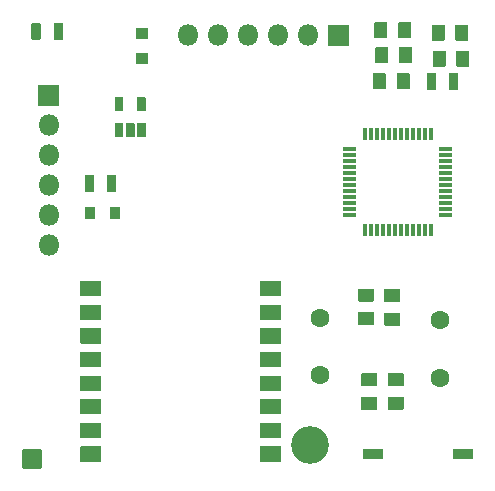
<source format=gts>
G04 #@! TF.GenerationSoftware,KiCad,Pcbnew,5.1.7-a382d34a8~88~ubuntu18.04.1*
G04 #@! TF.CreationDate,2021-11-19T23:21:26+05:30*
G04 #@! TF.ProjectId,FrontEnd_HeavyDevice_v2,46726f6e-7445-46e6-945f-486561767944,rev?*
G04 #@! TF.SameCoordinates,Original*
G04 #@! TF.FileFunction,Soldermask,Top*
G04 #@! TF.FilePolarity,Negative*
%FSLAX46Y46*%
G04 Gerber Fmt 4.6, Leading zero omitted, Abs format (unit mm)*
G04 Created by KiCad (PCBNEW 5.1.7-a382d34a8~88~ubuntu18.04.1) date 2021-11-19 23:21:26*
%MOMM*%
%LPD*%
G01*
G04 APERTURE LIST*
%ADD10C,3.200000*%
%ADD11O,1.800000X1.800000*%
%ADD12C,1.600000*%
G04 APERTURE END LIST*
D10*
X120792000Y-116510000D03*
D11*
X98710000Y-99620000D03*
X98710000Y-97080000D03*
X98710000Y-94540000D03*
X98710000Y-92000000D03*
X98710000Y-89460000D03*
G36*
G01*
X97810000Y-87770000D02*
X97810000Y-86070000D01*
G75*
G02*
X97860000Y-86020000I50000J0D01*
G01*
X99560000Y-86020000D01*
G75*
G02*
X99610000Y-86070000I0J-50000D01*
G01*
X99610000Y-87770000D01*
G75*
G02*
X99560000Y-87820000I-50000J0D01*
G01*
X97860000Y-87820000D01*
G75*
G02*
X97810000Y-87770000I0J50000D01*
G01*
G37*
X110523000Y-81833700D03*
X113063000Y-81833700D03*
X115603000Y-81833700D03*
X118143000Y-81833700D03*
X120683000Y-81833700D03*
G36*
G01*
X122373000Y-80933700D02*
X124073000Y-80933700D01*
G75*
G02*
X124123000Y-80983700I0J-50000D01*
G01*
X124123000Y-82683700D01*
G75*
G02*
X124073000Y-82733700I-50000J0D01*
G01*
X122373000Y-82733700D01*
G75*
G02*
X122323000Y-82683700I0J50000D01*
G01*
X122323000Y-80983700D01*
G75*
G02*
X122373000Y-80933700I50000J0D01*
G01*
G37*
G36*
G01*
X131804000Y-96365200D02*
X132804000Y-96365200D01*
G75*
G02*
X132854000Y-96415200I0J-50000D01*
G01*
X132854000Y-96645200D01*
G75*
G02*
X132804000Y-96695200I-50000J0D01*
G01*
X131804000Y-96695200D01*
G75*
G02*
X131754000Y-96645200I0J50000D01*
G01*
X131754000Y-96415200D01*
G75*
G02*
X131804000Y-96365200I50000J0D01*
G01*
G37*
G36*
G01*
X130919000Y-89630200D02*
X131149000Y-89630200D01*
G75*
G02*
X131199000Y-89680200I0J-50000D01*
G01*
X131199000Y-90680200D01*
G75*
G02*
X131149000Y-90730200I-50000J0D01*
G01*
X130919000Y-90730200D01*
G75*
G02*
X130869000Y-90680200I0J50000D01*
G01*
X130869000Y-89680200D01*
G75*
G02*
X130919000Y-89630200I50000J0D01*
G01*
G37*
G36*
G01*
X130411000Y-89630200D02*
X130641000Y-89630200D01*
G75*
G02*
X130691000Y-89680200I0J-50000D01*
G01*
X130691000Y-90680200D01*
G75*
G02*
X130641000Y-90730200I-50000J0D01*
G01*
X130411000Y-90730200D01*
G75*
G02*
X130361000Y-90680200I0J50000D01*
G01*
X130361000Y-89680200D01*
G75*
G02*
X130411000Y-89630200I50000J0D01*
G01*
G37*
G36*
G01*
X129903000Y-89630200D02*
X130133000Y-89630200D01*
G75*
G02*
X130183000Y-89680200I0J-50000D01*
G01*
X130183000Y-90680200D01*
G75*
G02*
X130133000Y-90730200I-50000J0D01*
G01*
X129903000Y-90730200D01*
G75*
G02*
X129853000Y-90680200I0J50000D01*
G01*
X129853000Y-89680200D01*
G75*
G02*
X129903000Y-89630200I50000J0D01*
G01*
G37*
G36*
G01*
X129395000Y-89630200D02*
X129625000Y-89630200D01*
G75*
G02*
X129675000Y-89680200I0J-50000D01*
G01*
X129675000Y-90680200D01*
G75*
G02*
X129625000Y-90730200I-50000J0D01*
G01*
X129395000Y-90730200D01*
G75*
G02*
X129345000Y-90680200I0J50000D01*
G01*
X129345000Y-89680200D01*
G75*
G02*
X129395000Y-89630200I50000J0D01*
G01*
G37*
G36*
G01*
X128887000Y-89630200D02*
X129117000Y-89630200D01*
G75*
G02*
X129167000Y-89680200I0J-50000D01*
G01*
X129167000Y-90680200D01*
G75*
G02*
X129117000Y-90730200I-50000J0D01*
G01*
X128887000Y-90730200D01*
G75*
G02*
X128837000Y-90680200I0J50000D01*
G01*
X128837000Y-89680200D01*
G75*
G02*
X128887000Y-89630200I50000J0D01*
G01*
G37*
G36*
G01*
X128379000Y-89630200D02*
X128609000Y-89630200D01*
G75*
G02*
X128659000Y-89680200I0J-50000D01*
G01*
X128659000Y-90680200D01*
G75*
G02*
X128609000Y-90730200I-50000J0D01*
G01*
X128379000Y-90730200D01*
G75*
G02*
X128329000Y-90680200I0J50000D01*
G01*
X128329000Y-89680200D01*
G75*
G02*
X128379000Y-89630200I50000J0D01*
G01*
G37*
G36*
G01*
X127871000Y-89630200D02*
X128101000Y-89630200D01*
G75*
G02*
X128151000Y-89680200I0J-50000D01*
G01*
X128151000Y-90680200D01*
G75*
G02*
X128101000Y-90730200I-50000J0D01*
G01*
X127871000Y-90730200D01*
G75*
G02*
X127821000Y-90680200I0J50000D01*
G01*
X127821000Y-89680200D01*
G75*
G02*
X127871000Y-89630200I50000J0D01*
G01*
G37*
G36*
G01*
X127363000Y-89630200D02*
X127593000Y-89630200D01*
G75*
G02*
X127643000Y-89680200I0J-50000D01*
G01*
X127643000Y-90680200D01*
G75*
G02*
X127593000Y-90730200I-50000J0D01*
G01*
X127363000Y-90730200D01*
G75*
G02*
X127313000Y-90680200I0J50000D01*
G01*
X127313000Y-89680200D01*
G75*
G02*
X127363000Y-89630200I50000J0D01*
G01*
G37*
G36*
G01*
X126855000Y-89630200D02*
X127085000Y-89630200D01*
G75*
G02*
X127135000Y-89680200I0J-50000D01*
G01*
X127135000Y-90680200D01*
G75*
G02*
X127085000Y-90730200I-50000J0D01*
G01*
X126855000Y-90730200D01*
G75*
G02*
X126805000Y-90680200I0J50000D01*
G01*
X126805000Y-89680200D01*
G75*
G02*
X126855000Y-89630200I50000J0D01*
G01*
G37*
G36*
G01*
X126347000Y-89630200D02*
X126577000Y-89630200D01*
G75*
G02*
X126627000Y-89680200I0J-50000D01*
G01*
X126627000Y-90680200D01*
G75*
G02*
X126577000Y-90730200I-50000J0D01*
G01*
X126347000Y-90730200D01*
G75*
G02*
X126297000Y-90680200I0J50000D01*
G01*
X126297000Y-89680200D01*
G75*
G02*
X126347000Y-89630200I50000J0D01*
G01*
G37*
G36*
G01*
X125839000Y-89630200D02*
X126069000Y-89630200D01*
G75*
G02*
X126119000Y-89680200I0J-50000D01*
G01*
X126119000Y-90680200D01*
G75*
G02*
X126069000Y-90730200I-50000J0D01*
G01*
X125839000Y-90730200D01*
G75*
G02*
X125789000Y-90680200I0J50000D01*
G01*
X125789000Y-89680200D01*
G75*
G02*
X125839000Y-89630200I50000J0D01*
G01*
G37*
G36*
G01*
X125331000Y-89630200D02*
X125561000Y-89630200D01*
G75*
G02*
X125611000Y-89680200I0J-50000D01*
G01*
X125611000Y-90680200D01*
G75*
G02*
X125561000Y-90730200I-50000J0D01*
G01*
X125331000Y-90730200D01*
G75*
G02*
X125281000Y-90680200I0J50000D01*
G01*
X125281000Y-89680200D01*
G75*
G02*
X125331000Y-89630200I50000J0D01*
G01*
G37*
G36*
G01*
X123676000Y-91285200D02*
X124676000Y-91285200D01*
G75*
G02*
X124726000Y-91335200I0J-50000D01*
G01*
X124726000Y-91565200D01*
G75*
G02*
X124676000Y-91615200I-50000J0D01*
G01*
X123676000Y-91615200D01*
G75*
G02*
X123626000Y-91565200I0J50000D01*
G01*
X123626000Y-91335200D01*
G75*
G02*
X123676000Y-91285200I50000J0D01*
G01*
G37*
G36*
G01*
X123676000Y-91793200D02*
X124676000Y-91793200D01*
G75*
G02*
X124726000Y-91843200I0J-50000D01*
G01*
X124726000Y-92073200D01*
G75*
G02*
X124676000Y-92123200I-50000J0D01*
G01*
X123676000Y-92123200D01*
G75*
G02*
X123626000Y-92073200I0J50000D01*
G01*
X123626000Y-91843200D01*
G75*
G02*
X123676000Y-91793200I50000J0D01*
G01*
G37*
G36*
G01*
X123676000Y-92809200D02*
X124676000Y-92809200D01*
G75*
G02*
X124726000Y-92859200I0J-50000D01*
G01*
X124726000Y-93089200D01*
G75*
G02*
X124676000Y-93139200I-50000J0D01*
G01*
X123676000Y-93139200D01*
G75*
G02*
X123626000Y-93089200I0J50000D01*
G01*
X123626000Y-92859200D01*
G75*
G02*
X123676000Y-92809200I50000J0D01*
G01*
G37*
G36*
G01*
X123676000Y-93317200D02*
X124676000Y-93317200D01*
G75*
G02*
X124726000Y-93367200I0J-50000D01*
G01*
X124726000Y-93597200D01*
G75*
G02*
X124676000Y-93647200I-50000J0D01*
G01*
X123676000Y-93647200D01*
G75*
G02*
X123626000Y-93597200I0J50000D01*
G01*
X123626000Y-93367200D01*
G75*
G02*
X123676000Y-93317200I50000J0D01*
G01*
G37*
G36*
G01*
X123676000Y-93825200D02*
X124676000Y-93825200D01*
G75*
G02*
X124726000Y-93875200I0J-50000D01*
G01*
X124726000Y-94105200D01*
G75*
G02*
X124676000Y-94155200I-50000J0D01*
G01*
X123676000Y-94155200D01*
G75*
G02*
X123626000Y-94105200I0J50000D01*
G01*
X123626000Y-93875200D01*
G75*
G02*
X123676000Y-93825200I50000J0D01*
G01*
G37*
G36*
G01*
X123676000Y-94333200D02*
X124676000Y-94333200D01*
G75*
G02*
X124726000Y-94383200I0J-50000D01*
G01*
X124726000Y-94613200D01*
G75*
G02*
X124676000Y-94663200I-50000J0D01*
G01*
X123676000Y-94663200D01*
G75*
G02*
X123626000Y-94613200I0J50000D01*
G01*
X123626000Y-94383200D01*
G75*
G02*
X123676000Y-94333200I50000J0D01*
G01*
G37*
G36*
G01*
X123676000Y-94841200D02*
X124676000Y-94841200D01*
G75*
G02*
X124726000Y-94891200I0J-50000D01*
G01*
X124726000Y-95121200D01*
G75*
G02*
X124676000Y-95171200I-50000J0D01*
G01*
X123676000Y-95171200D01*
G75*
G02*
X123626000Y-95121200I0J50000D01*
G01*
X123626000Y-94891200D01*
G75*
G02*
X123676000Y-94841200I50000J0D01*
G01*
G37*
G36*
G01*
X123676000Y-95349200D02*
X124676000Y-95349200D01*
G75*
G02*
X124726000Y-95399200I0J-50000D01*
G01*
X124726000Y-95629200D01*
G75*
G02*
X124676000Y-95679200I-50000J0D01*
G01*
X123676000Y-95679200D01*
G75*
G02*
X123626000Y-95629200I0J50000D01*
G01*
X123626000Y-95399200D01*
G75*
G02*
X123676000Y-95349200I50000J0D01*
G01*
G37*
G36*
G01*
X123676000Y-95857200D02*
X124676000Y-95857200D01*
G75*
G02*
X124726000Y-95907200I0J-50000D01*
G01*
X124726000Y-96137200D01*
G75*
G02*
X124676000Y-96187200I-50000J0D01*
G01*
X123676000Y-96187200D01*
G75*
G02*
X123626000Y-96137200I0J50000D01*
G01*
X123626000Y-95907200D01*
G75*
G02*
X123676000Y-95857200I50000J0D01*
G01*
G37*
G36*
G01*
X123676000Y-96365200D02*
X124676000Y-96365200D01*
G75*
G02*
X124726000Y-96415200I0J-50000D01*
G01*
X124726000Y-96645200D01*
G75*
G02*
X124676000Y-96695200I-50000J0D01*
G01*
X123676000Y-96695200D01*
G75*
G02*
X123626000Y-96645200I0J50000D01*
G01*
X123626000Y-96415200D01*
G75*
G02*
X123676000Y-96365200I50000J0D01*
G01*
G37*
G36*
G01*
X123676000Y-96873200D02*
X124676000Y-96873200D01*
G75*
G02*
X124726000Y-96923200I0J-50000D01*
G01*
X124726000Y-97153200D01*
G75*
G02*
X124676000Y-97203200I-50000J0D01*
G01*
X123676000Y-97203200D01*
G75*
G02*
X123626000Y-97153200I0J50000D01*
G01*
X123626000Y-96923200D01*
G75*
G02*
X123676000Y-96873200I50000J0D01*
G01*
G37*
G36*
G01*
X125839000Y-97758200D02*
X126069000Y-97758200D01*
G75*
G02*
X126119000Y-97808200I0J-50000D01*
G01*
X126119000Y-98808200D01*
G75*
G02*
X126069000Y-98858200I-50000J0D01*
G01*
X125839000Y-98858200D01*
G75*
G02*
X125789000Y-98808200I0J50000D01*
G01*
X125789000Y-97808200D01*
G75*
G02*
X125839000Y-97758200I50000J0D01*
G01*
G37*
G36*
G01*
X126347000Y-97758200D02*
X126577000Y-97758200D01*
G75*
G02*
X126627000Y-97808200I0J-50000D01*
G01*
X126627000Y-98808200D01*
G75*
G02*
X126577000Y-98858200I-50000J0D01*
G01*
X126347000Y-98858200D01*
G75*
G02*
X126297000Y-98808200I0J50000D01*
G01*
X126297000Y-97808200D01*
G75*
G02*
X126347000Y-97758200I50000J0D01*
G01*
G37*
G36*
G01*
X126855000Y-97758200D02*
X127085000Y-97758200D01*
G75*
G02*
X127135000Y-97808200I0J-50000D01*
G01*
X127135000Y-98808200D01*
G75*
G02*
X127085000Y-98858200I-50000J0D01*
G01*
X126855000Y-98858200D01*
G75*
G02*
X126805000Y-98808200I0J50000D01*
G01*
X126805000Y-97808200D01*
G75*
G02*
X126855000Y-97758200I50000J0D01*
G01*
G37*
G36*
G01*
X127363000Y-97758200D02*
X127593000Y-97758200D01*
G75*
G02*
X127643000Y-97808200I0J-50000D01*
G01*
X127643000Y-98808200D01*
G75*
G02*
X127593000Y-98858200I-50000J0D01*
G01*
X127363000Y-98858200D01*
G75*
G02*
X127313000Y-98808200I0J50000D01*
G01*
X127313000Y-97808200D01*
G75*
G02*
X127363000Y-97758200I50000J0D01*
G01*
G37*
G36*
G01*
X127871000Y-97758200D02*
X128101000Y-97758200D01*
G75*
G02*
X128151000Y-97808200I0J-50000D01*
G01*
X128151000Y-98808200D01*
G75*
G02*
X128101000Y-98858200I-50000J0D01*
G01*
X127871000Y-98858200D01*
G75*
G02*
X127821000Y-98808200I0J50000D01*
G01*
X127821000Y-97808200D01*
G75*
G02*
X127871000Y-97758200I50000J0D01*
G01*
G37*
G36*
G01*
X128379000Y-97758200D02*
X128609000Y-97758200D01*
G75*
G02*
X128659000Y-97808200I0J-50000D01*
G01*
X128659000Y-98808200D01*
G75*
G02*
X128609000Y-98858200I-50000J0D01*
G01*
X128379000Y-98858200D01*
G75*
G02*
X128329000Y-98808200I0J50000D01*
G01*
X128329000Y-97808200D01*
G75*
G02*
X128379000Y-97758200I50000J0D01*
G01*
G37*
G36*
G01*
X128887000Y-97758200D02*
X129117000Y-97758200D01*
G75*
G02*
X129167000Y-97808200I0J-50000D01*
G01*
X129167000Y-98808200D01*
G75*
G02*
X129117000Y-98858200I-50000J0D01*
G01*
X128887000Y-98858200D01*
G75*
G02*
X128837000Y-98808200I0J50000D01*
G01*
X128837000Y-97808200D01*
G75*
G02*
X128887000Y-97758200I50000J0D01*
G01*
G37*
G36*
G01*
X129395000Y-97758200D02*
X129625000Y-97758200D01*
G75*
G02*
X129675000Y-97808200I0J-50000D01*
G01*
X129675000Y-98808200D01*
G75*
G02*
X129625000Y-98858200I-50000J0D01*
G01*
X129395000Y-98858200D01*
G75*
G02*
X129345000Y-98808200I0J50000D01*
G01*
X129345000Y-97808200D01*
G75*
G02*
X129395000Y-97758200I50000J0D01*
G01*
G37*
G36*
G01*
X129903000Y-97758200D02*
X130133000Y-97758200D01*
G75*
G02*
X130183000Y-97808200I0J-50000D01*
G01*
X130183000Y-98808200D01*
G75*
G02*
X130133000Y-98858200I-50000J0D01*
G01*
X129903000Y-98858200D01*
G75*
G02*
X129853000Y-98808200I0J50000D01*
G01*
X129853000Y-97808200D01*
G75*
G02*
X129903000Y-97758200I50000J0D01*
G01*
G37*
G36*
G01*
X130411000Y-97758200D02*
X130641000Y-97758200D01*
G75*
G02*
X130691000Y-97808200I0J-50000D01*
G01*
X130691000Y-98808200D01*
G75*
G02*
X130641000Y-98858200I-50000J0D01*
G01*
X130411000Y-98858200D01*
G75*
G02*
X130361000Y-98808200I0J50000D01*
G01*
X130361000Y-97808200D01*
G75*
G02*
X130411000Y-97758200I50000J0D01*
G01*
G37*
G36*
G01*
X130919000Y-97758200D02*
X131149000Y-97758200D01*
G75*
G02*
X131199000Y-97808200I0J-50000D01*
G01*
X131199000Y-98808200D01*
G75*
G02*
X131149000Y-98858200I-50000J0D01*
G01*
X130919000Y-98858200D01*
G75*
G02*
X130869000Y-98808200I0J50000D01*
G01*
X130869000Y-97808200D01*
G75*
G02*
X130919000Y-97758200I50000J0D01*
G01*
G37*
G36*
G01*
X131804000Y-96873200D02*
X132804000Y-96873200D01*
G75*
G02*
X132854000Y-96923200I0J-50000D01*
G01*
X132854000Y-97153200D01*
G75*
G02*
X132804000Y-97203200I-50000J0D01*
G01*
X131804000Y-97203200D01*
G75*
G02*
X131754000Y-97153200I0J50000D01*
G01*
X131754000Y-96923200D01*
G75*
G02*
X131804000Y-96873200I50000J0D01*
G01*
G37*
G36*
G01*
X131804000Y-95857200D02*
X132804000Y-95857200D01*
G75*
G02*
X132854000Y-95907200I0J-50000D01*
G01*
X132854000Y-96137200D01*
G75*
G02*
X132804000Y-96187200I-50000J0D01*
G01*
X131804000Y-96187200D01*
G75*
G02*
X131754000Y-96137200I0J50000D01*
G01*
X131754000Y-95907200D01*
G75*
G02*
X131804000Y-95857200I50000J0D01*
G01*
G37*
G36*
G01*
X131804000Y-95349200D02*
X132804000Y-95349200D01*
G75*
G02*
X132854000Y-95399200I0J-50000D01*
G01*
X132854000Y-95629200D01*
G75*
G02*
X132804000Y-95679200I-50000J0D01*
G01*
X131804000Y-95679200D01*
G75*
G02*
X131754000Y-95629200I0J50000D01*
G01*
X131754000Y-95399200D01*
G75*
G02*
X131804000Y-95349200I50000J0D01*
G01*
G37*
G36*
G01*
X131804000Y-94841200D02*
X132804000Y-94841200D01*
G75*
G02*
X132854000Y-94891200I0J-50000D01*
G01*
X132854000Y-95121200D01*
G75*
G02*
X132804000Y-95171200I-50000J0D01*
G01*
X131804000Y-95171200D01*
G75*
G02*
X131754000Y-95121200I0J50000D01*
G01*
X131754000Y-94891200D01*
G75*
G02*
X131804000Y-94841200I50000J0D01*
G01*
G37*
G36*
G01*
X131804000Y-94333200D02*
X132804000Y-94333200D01*
G75*
G02*
X132854000Y-94383200I0J-50000D01*
G01*
X132854000Y-94613200D01*
G75*
G02*
X132804000Y-94663200I-50000J0D01*
G01*
X131804000Y-94663200D01*
G75*
G02*
X131754000Y-94613200I0J50000D01*
G01*
X131754000Y-94383200D01*
G75*
G02*
X131804000Y-94333200I50000J0D01*
G01*
G37*
G36*
G01*
X131804000Y-93825200D02*
X132804000Y-93825200D01*
G75*
G02*
X132854000Y-93875200I0J-50000D01*
G01*
X132854000Y-94105200D01*
G75*
G02*
X132804000Y-94155200I-50000J0D01*
G01*
X131804000Y-94155200D01*
G75*
G02*
X131754000Y-94105200I0J50000D01*
G01*
X131754000Y-93875200D01*
G75*
G02*
X131804000Y-93825200I50000J0D01*
G01*
G37*
G36*
G01*
X131804000Y-93317200D02*
X132804000Y-93317200D01*
G75*
G02*
X132854000Y-93367200I0J-50000D01*
G01*
X132854000Y-93597200D01*
G75*
G02*
X132804000Y-93647200I-50000J0D01*
G01*
X131804000Y-93647200D01*
G75*
G02*
X131754000Y-93597200I0J50000D01*
G01*
X131754000Y-93367200D01*
G75*
G02*
X131804000Y-93317200I50000J0D01*
G01*
G37*
G36*
G01*
X131804000Y-92809200D02*
X132804000Y-92809200D01*
G75*
G02*
X132854000Y-92859200I0J-50000D01*
G01*
X132854000Y-93089200D01*
G75*
G02*
X132804000Y-93139200I-50000J0D01*
G01*
X131804000Y-93139200D01*
G75*
G02*
X131754000Y-93089200I0J50000D01*
G01*
X131754000Y-92859200D01*
G75*
G02*
X131804000Y-92809200I50000J0D01*
G01*
G37*
G36*
G01*
X131804000Y-92301200D02*
X132804000Y-92301200D01*
G75*
G02*
X132854000Y-92351200I0J-50000D01*
G01*
X132854000Y-92581200D01*
G75*
G02*
X132804000Y-92631200I-50000J0D01*
G01*
X131804000Y-92631200D01*
G75*
G02*
X131754000Y-92581200I0J50000D01*
G01*
X131754000Y-92351200D01*
G75*
G02*
X131804000Y-92301200I50000J0D01*
G01*
G37*
G36*
G01*
X131804000Y-91793200D02*
X132804000Y-91793200D01*
G75*
G02*
X132854000Y-91843200I0J-50000D01*
G01*
X132854000Y-92073200D01*
G75*
G02*
X132804000Y-92123200I-50000J0D01*
G01*
X131804000Y-92123200D01*
G75*
G02*
X131754000Y-92073200I0J50000D01*
G01*
X131754000Y-91843200D01*
G75*
G02*
X131804000Y-91793200I50000J0D01*
G01*
G37*
G36*
G01*
X131804000Y-91285200D02*
X132804000Y-91285200D01*
G75*
G02*
X132854000Y-91335200I0J-50000D01*
G01*
X132854000Y-91565200D01*
G75*
G02*
X132804000Y-91615200I-50000J0D01*
G01*
X131804000Y-91615200D01*
G75*
G02*
X131754000Y-91565200I0J50000D01*
G01*
X131754000Y-91335200D01*
G75*
G02*
X131804000Y-91285200I50000J0D01*
G01*
G37*
G36*
G01*
X125331000Y-97758200D02*
X125561000Y-97758200D01*
G75*
G02*
X125611000Y-97808200I0J-50000D01*
G01*
X125611000Y-98808200D01*
G75*
G02*
X125561000Y-98858200I-50000J0D01*
G01*
X125331000Y-98858200D01*
G75*
G02*
X125281000Y-98808200I0J50000D01*
G01*
X125281000Y-97808200D01*
G75*
G02*
X125331000Y-97758200I50000J0D01*
G01*
G37*
G36*
G01*
X123676000Y-92301200D02*
X124676000Y-92301200D01*
G75*
G02*
X124726000Y-92351200I0J-50000D01*
G01*
X124726000Y-92581200D01*
G75*
G02*
X124676000Y-92631200I-50000J0D01*
G01*
X123676000Y-92631200D01*
G75*
G02*
X123626000Y-92581200I0J50000D01*
G01*
X123626000Y-92351200D01*
G75*
G02*
X123676000Y-92301200I50000J0D01*
G01*
G37*
G36*
G01*
X96475100Y-118466000D02*
X96475100Y-116942000D01*
G75*
G02*
X96525100Y-116892000I50000J0D01*
G01*
X98049100Y-116892000D01*
G75*
G02*
X98099100Y-116942000I0J-50000D01*
G01*
X98099100Y-118466000D01*
G75*
G02*
X98049100Y-118516000I-50000J0D01*
G01*
X96525100Y-118516000D01*
G75*
G02*
X96475100Y-118466000I0J50000D01*
G01*
G37*
G36*
G01*
X127381000Y-80775000D02*
X127381000Y-82025000D01*
G75*
G02*
X127331000Y-82075000I-50000J0D01*
G01*
X126331000Y-82075000D01*
G75*
G02*
X126281000Y-82025000I0J50000D01*
G01*
X126281000Y-80775000D01*
G75*
G02*
X126331000Y-80725000I50000J0D01*
G01*
X127331000Y-80725000D01*
G75*
G02*
X127381000Y-80775000I0J-50000D01*
G01*
G37*
G36*
G01*
X129381000Y-80775000D02*
X129381000Y-82025000D01*
G75*
G02*
X129331000Y-82075000I-50000J0D01*
G01*
X128331000Y-82075000D01*
G75*
G02*
X128281000Y-82025000I0J50000D01*
G01*
X128281000Y-80775000D01*
G75*
G02*
X128331000Y-80725000I50000J0D01*
G01*
X129331000Y-80725000D01*
G75*
G02*
X129381000Y-80775000I0J-50000D01*
G01*
G37*
G36*
G01*
X131218000Y-84425000D02*
X131218000Y-83175000D01*
G75*
G02*
X131268000Y-83125000I50000J0D01*
G01*
X132268000Y-83125000D01*
G75*
G02*
X132318000Y-83175000I0J-50000D01*
G01*
X132318000Y-84425000D01*
G75*
G02*
X132268000Y-84475000I-50000J0D01*
G01*
X131268000Y-84475000D01*
G75*
G02*
X131218000Y-84425000I0J50000D01*
G01*
G37*
G36*
G01*
X133218000Y-84425000D02*
X133218000Y-83175000D01*
G75*
G02*
X133268000Y-83125000I50000J0D01*
G01*
X134268000Y-83125000D01*
G75*
G02*
X134318000Y-83175000I0J-50000D01*
G01*
X134318000Y-84425000D01*
G75*
G02*
X134268000Y-84475000I-50000J0D01*
G01*
X133268000Y-84475000D01*
G75*
G02*
X133218000Y-84425000I0J50000D01*
G01*
G37*
G36*
G01*
X128148000Y-86357600D02*
X128148000Y-85107600D01*
G75*
G02*
X128198000Y-85057600I50000J0D01*
G01*
X129198000Y-85057600D01*
G75*
G02*
X129248000Y-85107600I0J-50000D01*
G01*
X129248000Y-86357600D01*
G75*
G02*
X129198000Y-86407600I-50000J0D01*
G01*
X128198000Y-86407600D01*
G75*
G02*
X128148000Y-86357600I0J50000D01*
G01*
G37*
G36*
G01*
X126148000Y-86357600D02*
X126148000Y-85107600D01*
G75*
G02*
X126198000Y-85057600I50000J0D01*
G01*
X127198000Y-85057600D01*
G75*
G02*
X127248000Y-85107600I0J-50000D01*
G01*
X127248000Y-86357600D01*
G75*
G02*
X127198000Y-86407600I-50000J0D01*
G01*
X126198000Y-86407600D01*
G75*
G02*
X126148000Y-86357600I0J50000D01*
G01*
G37*
G36*
G01*
X127150000Y-103309000D02*
X128400000Y-103309000D01*
G75*
G02*
X128450000Y-103359000I0J-50000D01*
G01*
X128450000Y-104359000D01*
G75*
G02*
X128400000Y-104409000I-50000J0D01*
G01*
X127150000Y-104409000D01*
G75*
G02*
X127100000Y-104359000I0J50000D01*
G01*
X127100000Y-103359000D01*
G75*
G02*
X127150000Y-103309000I50000J0D01*
G01*
G37*
G36*
G01*
X127150000Y-105309000D02*
X128400000Y-105309000D01*
G75*
G02*
X128450000Y-105359000I0J-50000D01*
G01*
X128450000Y-106359000D01*
G75*
G02*
X128400000Y-106409000I-50000J0D01*
G01*
X127150000Y-106409000D01*
G75*
G02*
X127100000Y-106359000I0J50000D01*
G01*
X127100000Y-105359000D01*
G75*
G02*
X127150000Y-105309000I50000J0D01*
G01*
G37*
G36*
G01*
X128699000Y-113541000D02*
X127449000Y-113541000D01*
G75*
G02*
X127399000Y-113491000I0J50000D01*
G01*
X127399000Y-112491000D01*
G75*
G02*
X127449000Y-112441000I50000J0D01*
G01*
X128699000Y-112441000D01*
G75*
G02*
X128749000Y-112491000I0J-50000D01*
G01*
X128749000Y-113491000D01*
G75*
G02*
X128699000Y-113541000I-50000J0D01*
G01*
G37*
G36*
G01*
X128699000Y-111541000D02*
X127449000Y-111541000D01*
G75*
G02*
X127399000Y-111491000I0J50000D01*
G01*
X127399000Y-110491000D01*
G75*
G02*
X127449000Y-110441000I50000J0D01*
G01*
X128699000Y-110441000D01*
G75*
G02*
X128749000Y-110491000I0J-50000D01*
G01*
X128749000Y-111491000D01*
G75*
G02*
X128699000Y-111541000I-50000J0D01*
G01*
G37*
G36*
G01*
X124940000Y-103266000D02*
X126190000Y-103266000D01*
G75*
G02*
X126240000Y-103316000I0J-50000D01*
G01*
X126240000Y-104316000D01*
G75*
G02*
X126190000Y-104366000I-50000J0D01*
G01*
X124940000Y-104366000D01*
G75*
G02*
X124890000Y-104316000I0J50000D01*
G01*
X124890000Y-103316000D01*
G75*
G02*
X124940000Y-103266000I50000J0D01*
G01*
G37*
G36*
G01*
X124940000Y-105266000D02*
X126190000Y-105266000D01*
G75*
G02*
X126240000Y-105316000I0J-50000D01*
G01*
X126240000Y-106316000D01*
G75*
G02*
X126190000Y-106366000I-50000J0D01*
G01*
X124940000Y-106366000D01*
G75*
G02*
X124890000Y-106316000I0J50000D01*
G01*
X124890000Y-105316000D01*
G75*
G02*
X124940000Y-105266000I50000J0D01*
G01*
G37*
G36*
G01*
X126457000Y-111541000D02*
X125207000Y-111541000D01*
G75*
G02*
X125157000Y-111491000I0J50000D01*
G01*
X125157000Y-110491000D01*
G75*
G02*
X125207000Y-110441000I50000J0D01*
G01*
X126457000Y-110441000D01*
G75*
G02*
X126507000Y-110491000I0J-50000D01*
G01*
X126507000Y-111491000D01*
G75*
G02*
X126457000Y-111541000I-50000J0D01*
G01*
G37*
G36*
G01*
X126457000Y-113541000D02*
X125207000Y-113541000D01*
G75*
G02*
X125157000Y-113491000I0J50000D01*
G01*
X125157000Y-112491000D01*
G75*
G02*
X125207000Y-112441000I50000J0D01*
G01*
X126457000Y-112441000D01*
G75*
G02*
X126507000Y-112491000I0J-50000D01*
G01*
X126507000Y-113491000D01*
G75*
G02*
X126457000Y-113541000I-50000J0D01*
G01*
G37*
G36*
G01*
X129450000Y-82875000D02*
X129450000Y-84125000D01*
G75*
G02*
X129400000Y-84175000I-50000J0D01*
G01*
X128400000Y-84175000D01*
G75*
G02*
X128350000Y-84125000I0J50000D01*
G01*
X128350000Y-82875000D01*
G75*
G02*
X128400000Y-82825000I50000J0D01*
G01*
X129400000Y-82825000D01*
G75*
G02*
X129450000Y-82875000I0J-50000D01*
G01*
G37*
G36*
G01*
X127450000Y-82875000D02*
X127450000Y-84125000D01*
G75*
G02*
X127400000Y-84175000I-50000J0D01*
G01*
X126400000Y-84175000D01*
G75*
G02*
X126350000Y-84125000I0J50000D01*
G01*
X126350000Y-82875000D01*
G75*
G02*
X126400000Y-82825000I50000J0D01*
G01*
X127400000Y-82825000D01*
G75*
G02*
X127450000Y-82875000I0J-50000D01*
G01*
G37*
G36*
G01*
X133114000Y-82225000D02*
X133114000Y-80975000D01*
G75*
G02*
X133164000Y-80925000I50000J0D01*
G01*
X134164000Y-80925000D01*
G75*
G02*
X134214000Y-80975000I0J-50000D01*
G01*
X134214000Y-82225000D01*
G75*
G02*
X134164000Y-82275000I-50000J0D01*
G01*
X133164000Y-82275000D01*
G75*
G02*
X133114000Y-82225000I0J50000D01*
G01*
G37*
G36*
G01*
X131114000Y-82225000D02*
X131114000Y-80975000D01*
G75*
G02*
X131164000Y-80925000I50000J0D01*
G01*
X132164000Y-80925000D01*
G75*
G02*
X132214000Y-80975000I0J-50000D01*
G01*
X132214000Y-82225000D01*
G75*
G02*
X132164000Y-82275000I-50000J0D01*
G01*
X131164000Y-82275000D01*
G75*
G02*
X131114000Y-82225000I0J50000D01*
G01*
G37*
G36*
G01*
X101759000Y-97325600D02*
X101759000Y-96425600D01*
G75*
G02*
X101809000Y-96375600I50000J0D01*
G01*
X102609000Y-96375600D01*
G75*
G02*
X102659000Y-96425600I0J-50000D01*
G01*
X102659000Y-97325600D01*
G75*
G02*
X102609000Y-97375600I-50000J0D01*
G01*
X101809000Y-97375600D01*
G75*
G02*
X101759000Y-97325600I0J50000D01*
G01*
G37*
G36*
G01*
X103859000Y-97325600D02*
X103859000Y-96425600D01*
G75*
G02*
X103909000Y-96375600I50000J0D01*
G01*
X104709000Y-96375600D01*
G75*
G02*
X104759000Y-96425600I0J-50000D01*
G01*
X104759000Y-97325600D01*
G75*
G02*
X104709000Y-97375600I-50000J0D01*
G01*
X103909000Y-97375600D01*
G75*
G02*
X103859000Y-97325600I0J50000D01*
G01*
G37*
G36*
G01*
X106150000Y-83327800D02*
X107050000Y-83327800D01*
G75*
G02*
X107100000Y-83377800I0J-50000D01*
G01*
X107100000Y-84177800D01*
G75*
G02*
X107050000Y-84227800I-50000J0D01*
G01*
X106150000Y-84227800D01*
G75*
G02*
X106100000Y-84177800I0J50000D01*
G01*
X106100000Y-83377800D01*
G75*
G02*
X106150000Y-83327800I50000J0D01*
G01*
G37*
G36*
G01*
X106150000Y-81227800D02*
X107050000Y-81227800D01*
G75*
G02*
X107100000Y-81277800I0J-50000D01*
G01*
X107100000Y-82077800D01*
G75*
G02*
X107050000Y-82127800I-50000J0D01*
G01*
X106150000Y-82127800D01*
G75*
G02*
X106100000Y-82077800I0J50000D01*
G01*
X106100000Y-81277800D01*
G75*
G02*
X106150000Y-81227800I50000J0D01*
G01*
G37*
G36*
G01*
X104433000Y-93708500D02*
X104433000Y-95008500D01*
G75*
G02*
X104383000Y-95058500I-50000J0D01*
G01*
X103683000Y-95058500D01*
G75*
G02*
X103633000Y-95008500I0J50000D01*
G01*
X103633000Y-93708500D01*
G75*
G02*
X103683000Y-93658500I50000J0D01*
G01*
X104383000Y-93658500D01*
G75*
G02*
X104433000Y-93708500I0J-50000D01*
G01*
G37*
G36*
G01*
X102533000Y-93708500D02*
X102533000Y-95008500D01*
G75*
G02*
X102483000Y-95058500I-50000J0D01*
G01*
X101783000Y-95058500D01*
G75*
G02*
X101733000Y-95008500I0J50000D01*
G01*
X101733000Y-93708500D01*
G75*
G02*
X101783000Y-93658500I50000J0D01*
G01*
X102483000Y-93658500D01*
G75*
G02*
X102533000Y-93708500I0J-50000D01*
G01*
G37*
G36*
G01*
X131489000Y-85087700D02*
X131489000Y-86387700D01*
G75*
G02*
X131439000Y-86437700I-50000J0D01*
G01*
X130739000Y-86437700D01*
G75*
G02*
X130689000Y-86387700I0J50000D01*
G01*
X130689000Y-85087700D01*
G75*
G02*
X130739000Y-85037700I50000J0D01*
G01*
X131439000Y-85037700D01*
G75*
G02*
X131489000Y-85087700I0J-50000D01*
G01*
G37*
G36*
G01*
X133389000Y-85087700D02*
X133389000Y-86387700D01*
G75*
G02*
X133339000Y-86437700I-50000J0D01*
G01*
X132639000Y-86437700D01*
G75*
G02*
X132589000Y-86387700I0J50000D01*
G01*
X132589000Y-85087700D01*
G75*
G02*
X132639000Y-85037700I50000J0D01*
G01*
X133339000Y-85037700D01*
G75*
G02*
X133389000Y-85087700I0J-50000D01*
G01*
G37*
G36*
G01*
X98030000Y-80850000D02*
X98030000Y-82150000D01*
G75*
G02*
X97980000Y-82200000I-50000J0D01*
G01*
X97280000Y-82200000D01*
G75*
G02*
X97230000Y-82150000I0J50000D01*
G01*
X97230000Y-80850000D01*
G75*
G02*
X97280000Y-80800000I50000J0D01*
G01*
X97980000Y-80800000D01*
G75*
G02*
X98030000Y-80850000I0J-50000D01*
G01*
G37*
G36*
G01*
X99930000Y-80850000D02*
X99930000Y-82150000D01*
G75*
G02*
X99880000Y-82200000I-50000J0D01*
G01*
X99180000Y-82200000D01*
G75*
G02*
X99130000Y-82150000I0J50000D01*
G01*
X99130000Y-80850000D01*
G75*
G02*
X99180000Y-80800000I50000J0D01*
G01*
X99880000Y-80800000D01*
G75*
G02*
X99930000Y-80850000I0J-50000D01*
G01*
G37*
G36*
G01*
X132914000Y-117662000D02*
X132914000Y-116902000D01*
G75*
G02*
X132964000Y-116852000I50000J0D01*
G01*
X134564000Y-116852000D01*
G75*
G02*
X134614000Y-116902000I0J-50000D01*
G01*
X134614000Y-117662000D01*
G75*
G02*
X134564000Y-117712000I-50000J0D01*
G01*
X132964000Y-117712000D01*
G75*
G02*
X132914000Y-117662000I0J50000D01*
G01*
G37*
G36*
G01*
X125294000Y-117662000D02*
X125294000Y-116902000D01*
G75*
G02*
X125344000Y-116852000I50000J0D01*
G01*
X126944000Y-116852000D01*
G75*
G02*
X126994000Y-116902000I0J-50000D01*
G01*
X126994000Y-117662000D01*
G75*
G02*
X126944000Y-117712000I-50000J0D01*
G01*
X125344000Y-117712000D01*
G75*
G02*
X125294000Y-117662000I0J50000D01*
G01*
G37*
G36*
G01*
X104978000Y-88232700D02*
X104328000Y-88232700D01*
G75*
G02*
X104278000Y-88182700I0J50000D01*
G01*
X104278000Y-87122700D01*
G75*
G02*
X104328000Y-87072700I50000J0D01*
G01*
X104978000Y-87072700D01*
G75*
G02*
X105028000Y-87122700I0J-50000D01*
G01*
X105028000Y-88182700D01*
G75*
G02*
X104978000Y-88232700I-50000J0D01*
G01*
G37*
G36*
G01*
X106878000Y-88232700D02*
X106228000Y-88232700D01*
G75*
G02*
X106178000Y-88182700I0J50000D01*
G01*
X106178000Y-87122700D01*
G75*
G02*
X106228000Y-87072700I50000J0D01*
G01*
X106878000Y-87072700D01*
G75*
G02*
X106928000Y-87122700I0J-50000D01*
G01*
X106928000Y-88182700D01*
G75*
G02*
X106878000Y-88232700I-50000J0D01*
G01*
G37*
G36*
G01*
X106878000Y-90432700D02*
X106228000Y-90432700D01*
G75*
G02*
X106178000Y-90382700I0J50000D01*
G01*
X106178000Y-89322700D01*
G75*
G02*
X106228000Y-89272700I50000J0D01*
G01*
X106878000Y-89272700D01*
G75*
G02*
X106928000Y-89322700I0J-50000D01*
G01*
X106928000Y-90382700D01*
G75*
G02*
X106878000Y-90432700I-50000J0D01*
G01*
G37*
G36*
G01*
X105928000Y-90432700D02*
X105278000Y-90432700D01*
G75*
G02*
X105228000Y-90382700I0J50000D01*
G01*
X105228000Y-89322700D01*
G75*
G02*
X105278000Y-89272700I50000J0D01*
G01*
X105928000Y-89272700D01*
G75*
G02*
X105978000Y-89322700I0J-50000D01*
G01*
X105978000Y-90382700D01*
G75*
G02*
X105928000Y-90432700I-50000J0D01*
G01*
G37*
G36*
G01*
X104978000Y-90432700D02*
X104328000Y-90432700D01*
G75*
G02*
X104278000Y-90382700I0J50000D01*
G01*
X104278000Y-89322700D01*
G75*
G02*
X104328000Y-89272700I50000J0D01*
G01*
X104978000Y-89272700D01*
G75*
G02*
X105028000Y-89322700I0J-50000D01*
G01*
X105028000Y-90382700D01*
G75*
G02*
X104978000Y-90432700I-50000J0D01*
G01*
G37*
G36*
G01*
X101355000Y-103879000D02*
X101355000Y-102679000D01*
G75*
G02*
X101405000Y-102629000I50000J0D01*
G01*
X103105000Y-102629000D01*
G75*
G02*
X103155000Y-102679000I0J-50000D01*
G01*
X103155000Y-103879000D01*
G75*
G02*
X103105000Y-103929000I-50000J0D01*
G01*
X101405000Y-103929000D01*
G75*
G02*
X101355000Y-103879000I0J50000D01*
G01*
G37*
G36*
G01*
X101355000Y-105879000D02*
X101355000Y-104679000D01*
G75*
G02*
X101405000Y-104629000I50000J0D01*
G01*
X103105000Y-104629000D01*
G75*
G02*
X103155000Y-104679000I0J-50000D01*
G01*
X103155000Y-105879000D01*
G75*
G02*
X103105000Y-105929000I-50000J0D01*
G01*
X101405000Y-105929000D01*
G75*
G02*
X101355000Y-105879000I0J50000D01*
G01*
G37*
G36*
G01*
X101355000Y-107879000D02*
X101355000Y-106679000D01*
G75*
G02*
X101405000Y-106629000I50000J0D01*
G01*
X103105000Y-106629000D01*
G75*
G02*
X103155000Y-106679000I0J-50000D01*
G01*
X103155000Y-107879000D01*
G75*
G02*
X103105000Y-107929000I-50000J0D01*
G01*
X101405000Y-107929000D01*
G75*
G02*
X101355000Y-107879000I0J50000D01*
G01*
G37*
G36*
G01*
X101355000Y-109879000D02*
X101355000Y-108679000D01*
G75*
G02*
X101405000Y-108629000I50000J0D01*
G01*
X103105000Y-108629000D01*
G75*
G02*
X103155000Y-108679000I0J-50000D01*
G01*
X103155000Y-109879000D01*
G75*
G02*
X103105000Y-109929000I-50000J0D01*
G01*
X101405000Y-109929000D01*
G75*
G02*
X101355000Y-109879000I0J50000D01*
G01*
G37*
G36*
G01*
X101355000Y-111879000D02*
X101355000Y-110679000D01*
G75*
G02*
X101405000Y-110629000I50000J0D01*
G01*
X103105000Y-110629000D01*
G75*
G02*
X103155000Y-110679000I0J-50000D01*
G01*
X103155000Y-111879000D01*
G75*
G02*
X103105000Y-111929000I-50000J0D01*
G01*
X101405000Y-111929000D01*
G75*
G02*
X101355000Y-111879000I0J50000D01*
G01*
G37*
G36*
G01*
X101355000Y-113879000D02*
X101355000Y-112679000D01*
G75*
G02*
X101405000Y-112629000I50000J0D01*
G01*
X103105000Y-112629000D01*
G75*
G02*
X103155000Y-112679000I0J-50000D01*
G01*
X103155000Y-113879000D01*
G75*
G02*
X103105000Y-113929000I-50000J0D01*
G01*
X101405000Y-113929000D01*
G75*
G02*
X101355000Y-113879000I0J50000D01*
G01*
G37*
G36*
G01*
X101355000Y-115879000D02*
X101355000Y-114679000D01*
G75*
G02*
X101405000Y-114629000I50000J0D01*
G01*
X103105000Y-114629000D01*
G75*
G02*
X103155000Y-114679000I0J-50000D01*
G01*
X103155000Y-115879000D01*
G75*
G02*
X103105000Y-115929000I-50000J0D01*
G01*
X101405000Y-115929000D01*
G75*
G02*
X101355000Y-115879000I0J50000D01*
G01*
G37*
G36*
G01*
X101355000Y-117879000D02*
X101355000Y-116679000D01*
G75*
G02*
X101405000Y-116629000I50000J0D01*
G01*
X103105000Y-116629000D01*
G75*
G02*
X103155000Y-116679000I0J-50000D01*
G01*
X103155000Y-117879000D01*
G75*
G02*
X103105000Y-117929000I-50000J0D01*
G01*
X101405000Y-117929000D01*
G75*
G02*
X101355000Y-117879000I0J50000D01*
G01*
G37*
G36*
G01*
X116585000Y-117879000D02*
X116585000Y-116679000D01*
G75*
G02*
X116635000Y-116629000I50000J0D01*
G01*
X118335000Y-116629000D01*
G75*
G02*
X118385000Y-116679000I0J-50000D01*
G01*
X118385000Y-117879000D01*
G75*
G02*
X118335000Y-117929000I-50000J0D01*
G01*
X116635000Y-117929000D01*
G75*
G02*
X116585000Y-117879000I0J50000D01*
G01*
G37*
G36*
G01*
X116585000Y-115879000D02*
X116585000Y-114679000D01*
G75*
G02*
X116635000Y-114629000I50000J0D01*
G01*
X118335000Y-114629000D01*
G75*
G02*
X118385000Y-114679000I0J-50000D01*
G01*
X118385000Y-115879000D01*
G75*
G02*
X118335000Y-115929000I-50000J0D01*
G01*
X116635000Y-115929000D01*
G75*
G02*
X116585000Y-115879000I0J50000D01*
G01*
G37*
G36*
G01*
X116585000Y-113879000D02*
X116585000Y-112679000D01*
G75*
G02*
X116635000Y-112629000I50000J0D01*
G01*
X118335000Y-112629000D01*
G75*
G02*
X118385000Y-112679000I0J-50000D01*
G01*
X118385000Y-113879000D01*
G75*
G02*
X118335000Y-113929000I-50000J0D01*
G01*
X116635000Y-113929000D01*
G75*
G02*
X116585000Y-113879000I0J50000D01*
G01*
G37*
G36*
G01*
X116585000Y-111879000D02*
X116585000Y-110679000D01*
G75*
G02*
X116635000Y-110629000I50000J0D01*
G01*
X118335000Y-110629000D01*
G75*
G02*
X118385000Y-110679000I0J-50000D01*
G01*
X118385000Y-111879000D01*
G75*
G02*
X118335000Y-111929000I-50000J0D01*
G01*
X116635000Y-111929000D01*
G75*
G02*
X116585000Y-111879000I0J50000D01*
G01*
G37*
G36*
G01*
X116585000Y-109879000D02*
X116585000Y-108679000D01*
G75*
G02*
X116635000Y-108629000I50000J0D01*
G01*
X118335000Y-108629000D01*
G75*
G02*
X118385000Y-108679000I0J-50000D01*
G01*
X118385000Y-109879000D01*
G75*
G02*
X118335000Y-109929000I-50000J0D01*
G01*
X116635000Y-109929000D01*
G75*
G02*
X116585000Y-109879000I0J50000D01*
G01*
G37*
G36*
G01*
X116585000Y-107879000D02*
X116585000Y-106679000D01*
G75*
G02*
X116635000Y-106629000I50000J0D01*
G01*
X118335000Y-106629000D01*
G75*
G02*
X118385000Y-106679000I0J-50000D01*
G01*
X118385000Y-107879000D01*
G75*
G02*
X118335000Y-107929000I-50000J0D01*
G01*
X116635000Y-107929000D01*
G75*
G02*
X116585000Y-107879000I0J50000D01*
G01*
G37*
G36*
G01*
X116585000Y-105879000D02*
X116585000Y-104679000D01*
G75*
G02*
X116635000Y-104629000I50000J0D01*
G01*
X118335000Y-104629000D01*
G75*
G02*
X118385000Y-104679000I0J-50000D01*
G01*
X118385000Y-105879000D01*
G75*
G02*
X118335000Y-105929000I-50000J0D01*
G01*
X116635000Y-105929000D01*
G75*
G02*
X116585000Y-105879000I0J50000D01*
G01*
G37*
G36*
G01*
X116585000Y-103879000D02*
X116585000Y-102679000D01*
G75*
G02*
X116635000Y-102629000I50000J0D01*
G01*
X118335000Y-102629000D01*
G75*
G02*
X118385000Y-102679000I0J-50000D01*
G01*
X118385000Y-103879000D01*
G75*
G02*
X118335000Y-103929000I-50000J0D01*
G01*
X116635000Y-103929000D01*
G75*
G02*
X116585000Y-103879000I0J50000D01*
G01*
G37*
D12*
X131796000Y-105951000D03*
X131796000Y-110831000D03*
X121676000Y-110618000D03*
X121676000Y-105738000D03*
M02*

</source>
